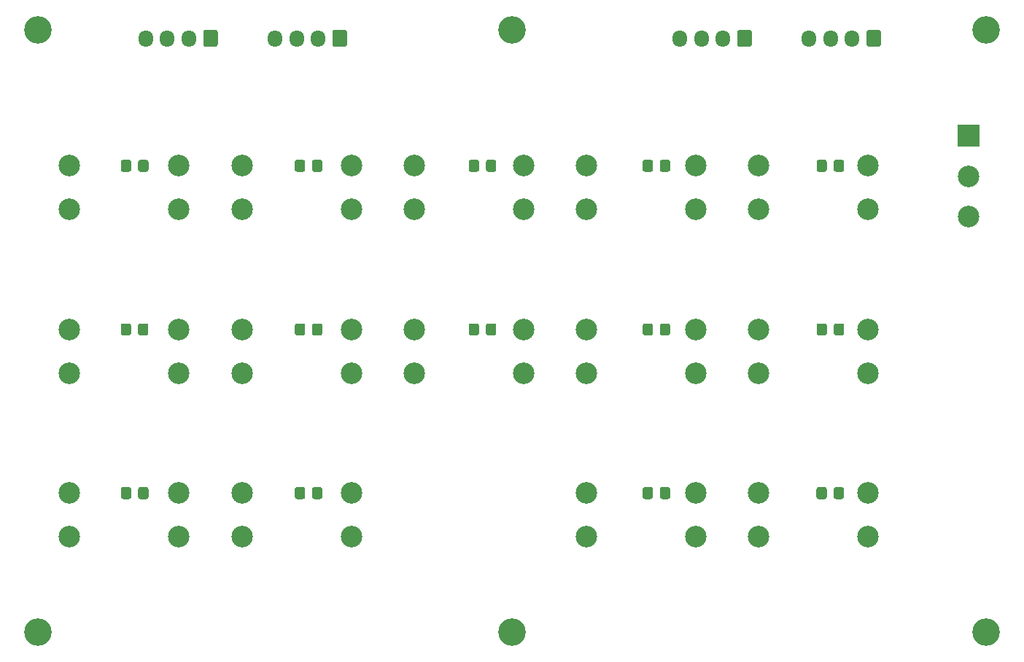
<source format=gbr>
%TF.GenerationSoftware,KiCad,Pcbnew,(5.1.8)-1*%
%TF.CreationDate,2021-11-07T18:09:00-05:00*%
%TF.ProjectId,Control_pad,436f6e74-726f-46c5-9f70-61642e6b6963,rev?*%
%TF.SameCoordinates,Original*%
%TF.FileFunction,Soldermask,Bot*%
%TF.FilePolarity,Negative*%
%FSLAX46Y46*%
G04 Gerber Fmt 4.6, Leading zero omitted, Abs format (unit mm)*
G04 Created by KiCad (PCBNEW (5.1.8)-1) date 2021-11-07 18:09:00*
%MOMM*%
%LPD*%
G01*
G04 APERTURE LIST*
%ADD10C,3.200000*%
%ADD11C,2.500000*%
%ADD12R,2.500000X2.500000*%
%ADD13O,1.700000X1.950000*%
G04 APERTURE END LIST*
D10*
%TO.C,H6*%
X155000000Y-135000000D03*
%TD*%
%TO.C,H5*%
X155000000Y-65000000D03*
%TD*%
%TO.C,H4*%
X210000000Y-135000000D03*
%TD*%
%TO.C,H3*%
X210000000Y-65000000D03*
%TD*%
%TO.C,H2*%
X100000000Y-135000000D03*
%TD*%
%TO.C,H1*%
X100000000Y-65000000D03*
%TD*%
D11*
%TO.C,SW1*%
X208000000Y-86710000D03*
X208000000Y-82010000D03*
D12*
X208000000Y-77310000D03*
%TD*%
D11*
%TO.C,S14*%
X196350000Y-123890000D03*
X196350000Y-118810000D03*
X183650000Y-123890000D03*
X183650000Y-118810000D03*
%TD*%
%TO.C,S13*%
X176350000Y-123890000D03*
X176350000Y-118810000D03*
X163650000Y-123890000D03*
X163650000Y-118810000D03*
%TD*%
%TO.C,S12*%
X136350000Y-123890000D03*
X136350000Y-118810000D03*
X123650000Y-123890000D03*
X123650000Y-118810000D03*
%TD*%
%TO.C,S11*%
X116350000Y-123890000D03*
X116350000Y-118810000D03*
X103650000Y-123890000D03*
X103650000Y-118810000D03*
%TD*%
%TO.C,S10*%
X196350000Y-104890000D03*
X196350000Y-99810000D03*
X183650000Y-104890000D03*
X183650000Y-99810000D03*
%TD*%
%TO.C,S9*%
X176350000Y-104890000D03*
X176350000Y-99810000D03*
X163650000Y-104890000D03*
X163650000Y-99810000D03*
%TD*%
%TO.C,S8*%
X156350000Y-104890000D03*
X156350000Y-99810000D03*
X143650000Y-104890000D03*
X143650000Y-99810000D03*
%TD*%
%TO.C,S7*%
X136350000Y-104890000D03*
X136350000Y-99810000D03*
X123650000Y-104890000D03*
X123650000Y-99810000D03*
%TD*%
%TO.C,S6*%
X116350000Y-104890000D03*
X116350000Y-99810000D03*
X103650000Y-104890000D03*
X103650000Y-99810000D03*
%TD*%
%TO.C,S5*%
X196350000Y-85890000D03*
X196350000Y-80810000D03*
X183650000Y-85890000D03*
X183650000Y-80810000D03*
%TD*%
%TO.C,S4*%
X176350000Y-85890000D03*
X176350000Y-80810000D03*
X163650000Y-85890000D03*
X163650000Y-80810000D03*
%TD*%
%TO.C,S3*%
X156350000Y-85890000D03*
X156350000Y-80810000D03*
X143650000Y-85890000D03*
X143650000Y-80810000D03*
%TD*%
%TO.C,S2*%
X136350000Y-85890000D03*
X136350000Y-80810000D03*
X123650000Y-85890000D03*
X123650000Y-80810000D03*
%TD*%
%TO.C,S1*%
X116350000Y-85890000D03*
X116350000Y-80810000D03*
X103650000Y-85890000D03*
X103650000Y-80810000D03*
%TD*%
%TO.C,R26*%
G36*
G01*
X191540000Y-118359999D02*
X191540000Y-119260001D01*
G75*
G02*
X191290001Y-119510000I-249999J0D01*
G01*
X190589999Y-119510000D01*
G75*
G02*
X190340000Y-119260001I0J249999D01*
G01*
X190340000Y-118359999D01*
G75*
G02*
X190589999Y-118110000I249999J0D01*
G01*
X191290001Y-118110000D01*
G75*
G02*
X191540000Y-118359999I0J-249999D01*
G01*
G37*
G36*
G01*
X193540000Y-118359999D02*
X193540000Y-119260001D01*
G75*
G02*
X193290001Y-119510000I-249999J0D01*
G01*
X192589999Y-119510000D01*
G75*
G02*
X192340000Y-119260001I0J249999D01*
G01*
X192340000Y-118359999D01*
G75*
G02*
X192589999Y-118110000I249999J0D01*
G01*
X193290001Y-118110000D01*
G75*
G02*
X193540000Y-118359999I0J-249999D01*
G01*
G37*
%TD*%
%TO.C,R25*%
G36*
G01*
X171370000Y-118359999D02*
X171370000Y-119260001D01*
G75*
G02*
X171120001Y-119510000I-249999J0D01*
G01*
X170419999Y-119510000D01*
G75*
G02*
X170170000Y-119260001I0J249999D01*
G01*
X170170000Y-118359999D01*
G75*
G02*
X170419999Y-118110000I249999J0D01*
G01*
X171120001Y-118110000D01*
G75*
G02*
X171370000Y-118359999I0J-249999D01*
G01*
G37*
G36*
G01*
X173370000Y-118359999D02*
X173370000Y-119260001D01*
G75*
G02*
X173120001Y-119510000I-249999J0D01*
G01*
X172419999Y-119510000D01*
G75*
G02*
X172170000Y-119260001I0J249999D01*
G01*
X172170000Y-118359999D01*
G75*
G02*
X172419999Y-118110000I249999J0D01*
G01*
X173120001Y-118110000D01*
G75*
G02*
X173370000Y-118359999I0J-249999D01*
G01*
G37*
%TD*%
%TO.C,R24*%
G36*
G01*
X130990000Y-118359999D02*
X130990000Y-119260001D01*
G75*
G02*
X130740001Y-119510000I-249999J0D01*
G01*
X130039999Y-119510000D01*
G75*
G02*
X129790000Y-119260001I0J249999D01*
G01*
X129790000Y-118359999D01*
G75*
G02*
X130039999Y-118110000I249999J0D01*
G01*
X130740001Y-118110000D01*
G75*
G02*
X130990000Y-118359999I0J-249999D01*
G01*
G37*
G36*
G01*
X132990000Y-118359999D02*
X132990000Y-119260001D01*
G75*
G02*
X132740001Y-119510000I-249999J0D01*
G01*
X132039999Y-119510000D01*
G75*
G02*
X131790000Y-119260001I0J249999D01*
G01*
X131790000Y-118359999D01*
G75*
G02*
X132039999Y-118110000I249999J0D01*
G01*
X132740001Y-118110000D01*
G75*
G02*
X132990000Y-118359999I0J-249999D01*
G01*
G37*
%TD*%
%TO.C,R19*%
G36*
G01*
X110800000Y-118359999D02*
X110800000Y-119260001D01*
G75*
G02*
X110550001Y-119510000I-249999J0D01*
G01*
X109849999Y-119510000D01*
G75*
G02*
X109600000Y-119260001I0J249999D01*
G01*
X109600000Y-118359999D01*
G75*
G02*
X109849999Y-118110000I249999J0D01*
G01*
X110550001Y-118110000D01*
G75*
G02*
X110800000Y-118359999I0J-249999D01*
G01*
G37*
G36*
G01*
X112800000Y-118359999D02*
X112800000Y-119260001D01*
G75*
G02*
X112550001Y-119510000I-249999J0D01*
G01*
X111849999Y-119510000D01*
G75*
G02*
X111600000Y-119260001I0J249999D01*
G01*
X111600000Y-118359999D01*
G75*
G02*
X111849999Y-118110000I249999J0D01*
G01*
X112550001Y-118110000D01*
G75*
G02*
X112800000Y-118359999I0J-249999D01*
G01*
G37*
%TD*%
%TO.C,R18*%
G36*
G01*
X191560000Y-99359999D02*
X191560000Y-100260001D01*
G75*
G02*
X191310001Y-100510000I-249999J0D01*
G01*
X190609999Y-100510000D01*
G75*
G02*
X190360000Y-100260001I0J249999D01*
G01*
X190360000Y-99359999D01*
G75*
G02*
X190609999Y-99110000I249999J0D01*
G01*
X191310001Y-99110000D01*
G75*
G02*
X191560000Y-99359999I0J-249999D01*
G01*
G37*
G36*
G01*
X193560000Y-99359999D02*
X193560000Y-100260001D01*
G75*
G02*
X193310001Y-100510000I-249999J0D01*
G01*
X192609999Y-100510000D01*
G75*
G02*
X192360000Y-100260001I0J249999D01*
G01*
X192360000Y-99359999D01*
G75*
G02*
X192609999Y-99110000I249999J0D01*
G01*
X193310001Y-99110000D01*
G75*
G02*
X193560000Y-99359999I0J-249999D01*
G01*
G37*
%TD*%
%TO.C,R17*%
G36*
G01*
X171370000Y-99359999D02*
X171370000Y-100260001D01*
G75*
G02*
X171120001Y-100510000I-249999J0D01*
G01*
X170419999Y-100510000D01*
G75*
G02*
X170170000Y-100260001I0J249999D01*
G01*
X170170000Y-99359999D01*
G75*
G02*
X170419999Y-99110000I249999J0D01*
G01*
X171120001Y-99110000D01*
G75*
G02*
X171370000Y-99359999I0J-249999D01*
G01*
G37*
G36*
G01*
X173370000Y-99359999D02*
X173370000Y-100260001D01*
G75*
G02*
X173120001Y-100510000I-249999J0D01*
G01*
X172419999Y-100510000D01*
G75*
G02*
X172170000Y-100260001I0J249999D01*
G01*
X172170000Y-99359999D01*
G75*
G02*
X172419999Y-99110000I249999J0D01*
G01*
X173120001Y-99110000D01*
G75*
G02*
X173370000Y-99359999I0J-249999D01*
G01*
G37*
%TD*%
%TO.C,R16*%
G36*
G01*
X151180000Y-99359999D02*
X151180000Y-100260001D01*
G75*
G02*
X150930001Y-100510000I-249999J0D01*
G01*
X150229999Y-100510000D01*
G75*
G02*
X149980000Y-100260001I0J249999D01*
G01*
X149980000Y-99359999D01*
G75*
G02*
X150229999Y-99110000I249999J0D01*
G01*
X150930001Y-99110000D01*
G75*
G02*
X151180000Y-99359999I0J-249999D01*
G01*
G37*
G36*
G01*
X153180000Y-99359999D02*
X153180000Y-100260001D01*
G75*
G02*
X152930001Y-100510000I-249999J0D01*
G01*
X152229999Y-100510000D01*
G75*
G02*
X151980000Y-100260001I0J249999D01*
G01*
X151980000Y-99359999D01*
G75*
G02*
X152229999Y-99110000I249999J0D01*
G01*
X152930001Y-99110000D01*
G75*
G02*
X153180000Y-99359999I0J-249999D01*
G01*
G37*
%TD*%
%TO.C,R10*%
G36*
G01*
X130990000Y-99359999D02*
X130990000Y-100260001D01*
G75*
G02*
X130740001Y-100510000I-249999J0D01*
G01*
X130039999Y-100510000D01*
G75*
G02*
X129790000Y-100260001I0J249999D01*
G01*
X129790000Y-99359999D01*
G75*
G02*
X130039999Y-99110000I249999J0D01*
G01*
X130740001Y-99110000D01*
G75*
G02*
X130990000Y-99359999I0J-249999D01*
G01*
G37*
G36*
G01*
X132990000Y-99359999D02*
X132990000Y-100260001D01*
G75*
G02*
X132740001Y-100510000I-249999J0D01*
G01*
X132039999Y-100510000D01*
G75*
G02*
X131790000Y-100260001I0J249999D01*
G01*
X131790000Y-99359999D01*
G75*
G02*
X132039999Y-99110000I249999J0D01*
G01*
X132740001Y-99110000D01*
G75*
G02*
X132990000Y-99359999I0J-249999D01*
G01*
G37*
%TD*%
%TO.C,R9*%
G36*
G01*
X110790000Y-99359999D02*
X110790000Y-100260001D01*
G75*
G02*
X110540001Y-100510000I-249999J0D01*
G01*
X109839999Y-100510000D01*
G75*
G02*
X109590000Y-100260001I0J249999D01*
G01*
X109590000Y-99359999D01*
G75*
G02*
X109839999Y-99110000I249999J0D01*
G01*
X110540001Y-99110000D01*
G75*
G02*
X110790000Y-99359999I0J-249999D01*
G01*
G37*
G36*
G01*
X112790000Y-99359999D02*
X112790000Y-100260001D01*
G75*
G02*
X112540001Y-100510000I-249999J0D01*
G01*
X111839999Y-100510000D01*
G75*
G02*
X111590000Y-100260001I0J249999D01*
G01*
X111590000Y-99359999D01*
G75*
G02*
X111839999Y-99110000I249999J0D01*
G01*
X112540001Y-99110000D01*
G75*
G02*
X112790000Y-99359999I0J-249999D01*
G01*
G37*
%TD*%
%TO.C,R8*%
G36*
G01*
X191560000Y-80359999D02*
X191560000Y-81260001D01*
G75*
G02*
X191310001Y-81510000I-249999J0D01*
G01*
X190609999Y-81510000D01*
G75*
G02*
X190360000Y-81260001I0J249999D01*
G01*
X190360000Y-80359999D01*
G75*
G02*
X190609999Y-80110000I249999J0D01*
G01*
X191310001Y-80110000D01*
G75*
G02*
X191560000Y-80359999I0J-249999D01*
G01*
G37*
G36*
G01*
X193560000Y-80359999D02*
X193560000Y-81260001D01*
G75*
G02*
X193310001Y-81510000I-249999J0D01*
G01*
X192609999Y-81510000D01*
G75*
G02*
X192360000Y-81260001I0J249999D01*
G01*
X192360000Y-80359999D01*
G75*
G02*
X192609999Y-80110000I249999J0D01*
G01*
X193310001Y-80110000D01*
G75*
G02*
X193560000Y-80359999I0J-249999D01*
G01*
G37*
%TD*%
%TO.C,R7*%
G36*
G01*
X171370000Y-80359999D02*
X171370000Y-81260001D01*
G75*
G02*
X171120001Y-81510000I-249999J0D01*
G01*
X170419999Y-81510000D01*
G75*
G02*
X170170000Y-81260001I0J249999D01*
G01*
X170170000Y-80359999D01*
G75*
G02*
X170419999Y-80110000I249999J0D01*
G01*
X171120001Y-80110000D01*
G75*
G02*
X171370000Y-80359999I0J-249999D01*
G01*
G37*
G36*
G01*
X173370000Y-80359999D02*
X173370000Y-81260001D01*
G75*
G02*
X173120001Y-81510000I-249999J0D01*
G01*
X172419999Y-81510000D01*
G75*
G02*
X172170000Y-81260001I0J249999D01*
G01*
X172170000Y-80359999D01*
G75*
G02*
X172419999Y-80110000I249999J0D01*
G01*
X173120001Y-80110000D01*
G75*
G02*
X173370000Y-80359999I0J-249999D01*
G01*
G37*
%TD*%
%TO.C,R3*%
G36*
G01*
X151180000Y-80359999D02*
X151180000Y-81260001D01*
G75*
G02*
X150930001Y-81510000I-249999J0D01*
G01*
X150229999Y-81510000D01*
G75*
G02*
X149980000Y-81260001I0J249999D01*
G01*
X149980000Y-80359999D01*
G75*
G02*
X150229999Y-80110000I249999J0D01*
G01*
X150930001Y-80110000D01*
G75*
G02*
X151180000Y-80359999I0J-249999D01*
G01*
G37*
G36*
G01*
X153180000Y-80359999D02*
X153180000Y-81260001D01*
G75*
G02*
X152930001Y-81510000I-249999J0D01*
G01*
X152229999Y-81510000D01*
G75*
G02*
X151980000Y-81260001I0J249999D01*
G01*
X151980000Y-80359999D01*
G75*
G02*
X152229999Y-80110000I249999J0D01*
G01*
X152930001Y-80110000D01*
G75*
G02*
X153180000Y-80359999I0J-249999D01*
G01*
G37*
%TD*%
%TO.C,R2*%
G36*
G01*
X130990000Y-80359999D02*
X130990000Y-81260001D01*
G75*
G02*
X130740001Y-81510000I-249999J0D01*
G01*
X130039999Y-81510000D01*
G75*
G02*
X129790000Y-81260001I0J249999D01*
G01*
X129790000Y-80359999D01*
G75*
G02*
X130039999Y-80110000I249999J0D01*
G01*
X130740001Y-80110000D01*
G75*
G02*
X130990000Y-80359999I0J-249999D01*
G01*
G37*
G36*
G01*
X132990000Y-80359999D02*
X132990000Y-81260001D01*
G75*
G02*
X132740001Y-81510000I-249999J0D01*
G01*
X132039999Y-81510000D01*
G75*
G02*
X131790000Y-81260001I0J249999D01*
G01*
X131790000Y-80359999D01*
G75*
G02*
X132039999Y-80110000I249999J0D01*
G01*
X132740001Y-80110000D01*
G75*
G02*
X132990000Y-80359999I0J-249999D01*
G01*
G37*
%TD*%
%TO.C,R1*%
G36*
G01*
X110800000Y-80359999D02*
X110800000Y-81260001D01*
G75*
G02*
X110550001Y-81510000I-249999J0D01*
G01*
X109849999Y-81510000D01*
G75*
G02*
X109600000Y-81260001I0J249999D01*
G01*
X109600000Y-80359999D01*
G75*
G02*
X109849999Y-80110000I249999J0D01*
G01*
X110550001Y-80110000D01*
G75*
G02*
X110800000Y-80359999I0J-249999D01*
G01*
G37*
G36*
G01*
X112800000Y-80359999D02*
X112800000Y-81260001D01*
G75*
G02*
X112550001Y-81510000I-249999J0D01*
G01*
X111849999Y-81510000D01*
G75*
G02*
X111600000Y-81260001I0J249999D01*
G01*
X111600000Y-80359999D01*
G75*
G02*
X111849999Y-80110000I249999J0D01*
G01*
X112550001Y-80110000D01*
G75*
G02*
X112800000Y-80359999I0J-249999D01*
G01*
G37*
%TD*%
D13*
%TO.C,J4*%
X189500000Y-66000000D03*
X192000000Y-66000000D03*
X194500000Y-66000000D03*
G36*
G01*
X197850000Y-65275000D02*
X197850000Y-66725000D01*
G75*
G02*
X197600000Y-66975000I-250000J0D01*
G01*
X196400000Y-66975000D01*
G75*
G02*
X196150000Y-66725000I0J250000D01*
G01*
X196150000Y-65275000D01*
G75*
G02*
X196400000Y-65025000I250000J0D01*
G01*
X197600000Y-65025000D01*
G75*
G02*
X197850000Y-65275000I0J-250000D01*
G01*
G37*
%TD*%
%TO.C,J3*%
X174500000Y-66000000D03*
X177000000Y-66000000D03*
X179500000Y-66000000D03*
G36*
G01*
X182850000Y-65275000D02*
X182850000Y-66725000D01*
G75*
G02*
X182600000Y-66975000I-250000J0D01*
G01*
X181400000Y-66975000D01*
G75*
G02*
X181150000Y-66725000I0J250000D01*
G01*
X181150000Y-65275000D01*
G75*
G02*
X181400000Y-65025000I250000J0D01*
G01*
X182600000Y-65025000D01*
G75*
G02*
X182850000Y-65275000I0J-250000D01*
G01*
G37*
%TD*%
%TO.C,J2*%
X127500000Y-66000000D03*
X130000000Y-66000000D03*
X132500000Y-66000000D03*
G36*
G01*
X135850000Y-65275000D02*
X135850000Y-66725000D01*
G75*
G02*
X135600000Y-66975000I-250000J0D01*
G01*
X134400000Y-66975000D01*
G75*
G02*
X134150000Y-66725000I0J250000D01*
G01*
X134150000Y-65275000D01*
G75*
G02*
X134400000Y-65025000I250000J0D01*
G01*
X135600000Y-65025000D01*
G75*
G02*
X135850000Y-65275000I0J-250000D01*
G01*
G37*
%TD*%
%TO.C,J1*%
X112500000Y-66000000D03*
X115000000Y-66000000D03*
X117500000Y-66000000D03*
G36*
G01*
X120850000Y-65275000D02*
X120850000Y-66725000D01*
G75*
G02*
X120600000Y-66975000I-250000J0D01*
G01*
X119400000Y-66975000D01*
G75*
G02*
X119150000Y-66725000I0J250000D01*
G01*
X119150000Y-65275000D01*
G75*
G02*
X119400000Y-65025000I250000J0D01*
G01*
X120600000Y-65025000D01*
G75*
G02*
X120850000Y-65275000I0J-250000D01*
G01*
G37*
%TD*%
M02*

</source>
